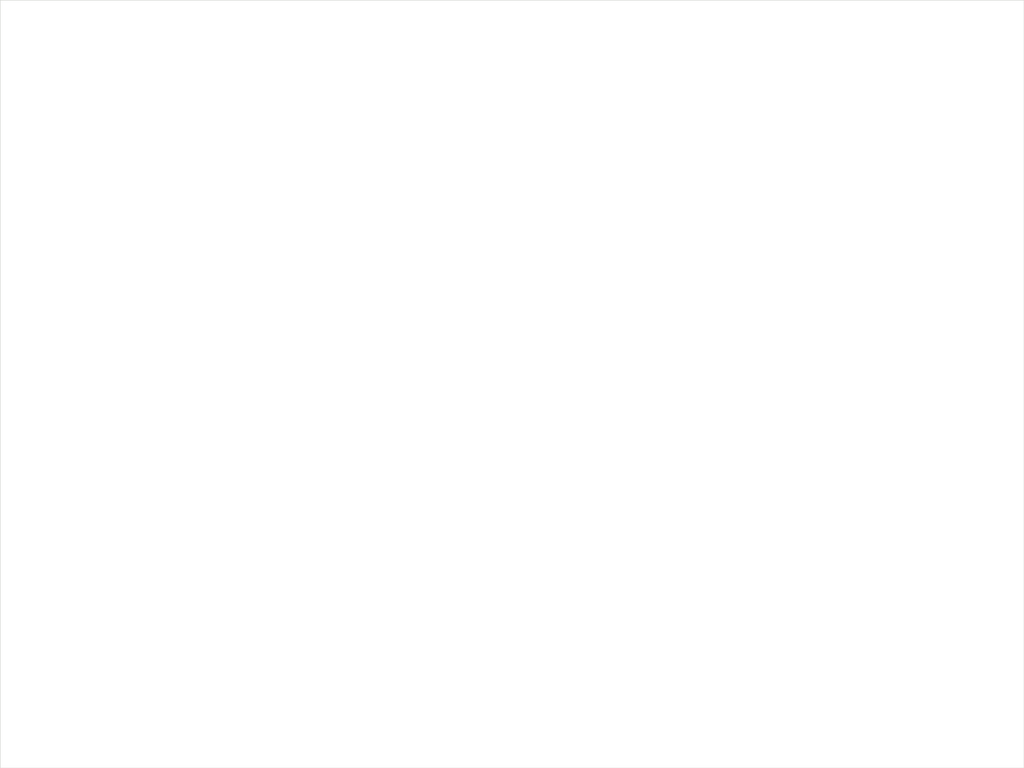
<source format=kicad_pcb>
(kicad_pcb
	(version 20241229)
	(generator "pcbnew")
	(generator_version "9.0")
	(general
		(thickness 1.6472)
		(legacy_teardrops no)
	)
	(paper "A3")
	(title_block
		(rev "${REVISION}")
		(company "${COMPANY}")
	)
	(layers
		(0 "F.Cu" signal)
		(4 "In1.Cu" signal)
		(6 "In2.Cu" power)
		(2 "B.Cu" power)
		(9 "F.Adhes" user "F.Adhesive")
		(11 "B.Adhes" user "B.Adhesive")
		(13 "F.Paste" user)
		(15 "B.Paste" user)
		(5 "F.SilkS" user "F.Silkscreen")
		(7 "B.SilkS" user "B.Silkscreen")
		(1 "F.Mask" user)
		(3 "B.Mask" user)
		(17 "Dwgs.User" user "Dwg.TitlePage")
		(19 "Cmts.User" user "User.Comments")
		(21 "Eco1.User" user "F.DNP")
		(23 "Eco2.User" user "B.DNP")
		(25 "Edge.Cuts" user)
		(27 "Margin" user)
		(31 "F.CrtYd" user "F.Courtyard")
		(29 "B.CrtYd" user "B.Courtyard")
		(35 "F.Fab" user)
		(33 "B.Fab" user)
		(39 "User.1" user "Dwg.DrillMap")
		(41 "User.2" front "F.TestPoint")
		(43 "User.3" back "B.TestPoint")
		(45 "User.4" front "F.AssemblyText")
		(47 "User.5" back "B.AssemblyText")
		(49 "User.6" front "F.Dimensions")
		(51 "User.7" back "B.Dimensions")
		(53 "User.8" front "F.TestPointList")
		(55 "User.9" back "B.TestPointList")
	)
	(setup
		(stackup
			(layer "F.SilkS"
				(type "Top Silk Screen")
				(color "White")
			)
			(layer "F.Paste"
				(type "Top Solder Paste")
			)
			(layer "F.Mask"
				(type "Top Solder Mask")
				(color "Green")
				(thickness 0.0305)
			)
			(layer "F.Cu"
				(type "copper")
				(thickness 0.035)
			)
			(layer "dielectric 1"
				(type "prepreg")
				(color "FR4 natural")
				(thickness 0.2104)
				(material "FR4")
				(epsilon_r 4.4)
				(loss_tangent 0.02)
			)
			(layer "In1.Cu"
				(type "copper")
				(thickness 0.0152)
			)
			(layer "dielectric 2"
				(type "core")
				(color "FR4 natural")
				(thickness 1.065)
				(material "FR4")
				(epsilon_r 4.6)
				(loss_tangent 0.02)
			)
			(layer "In2.Cu"
				(type "copper")
				(thickness 0.0152)
			)
			(layer "dielectric 3"
				(type "prepreg")
				(color "FR4 natural")
				(thickness 0.2104)
				(material "FR4")
				(epsilon_r 4.4)
				(loss_tangent 0.02)
			)
			(layer "B.Cu"
				(type "copper")
				(thickness 0.035)
			)
			(layer "B.Mask"
				(type "Bottom Solder Mask")
				(color "Green")
				(thickness 0.0305)
			)
			(layer "B.Paste"
				(type "Bottom Solder Paste")
			)
			(layer "B.SilkS"
				(type "Bottom Silk Screen")
				(color "White")
			)
			(copper_finish "ENIG")
			(dielectric_constraints no)
		)
		(pad_to_mask_clearance 0)
		(allow_soldermask_bridges_in_footprints no)
		(tenting front back)
		(aux_axis_origin 150 150)
		(pcbplotparams
			(layerselection 0x00000000_00000000_55555555_5755f5ff)
			(plot_on_all_layers_selection 0x00000000_00000000_00000000_00000000)
			(disableapertmacros no)
			(usegerberextensions no)
			(usegerberattributes yes)
			(usegerberadvancedattributes yes)
			(creategerberjobfile yes)
			(dashed_line_dash_ratio 12.000000)
			(dashed_line_gap_ratio 3.000000)
			(svgprecision 4)
			(plotframeref no)
			(mode 1)
			(useauxorigin no)
			(hpglpennumber 1)
			(hpglpenspeed 20)
			(hpglpendiameter 15.000000)
			(pdf_front_fp_property_popups yes)
			(pdf_back_fp_property_popups yes)
			(pdf_metadata yes)
			(pdf_single_document no)
			(dxfpolygonmode yes)
			(dxfimperialunits yes)
			(dxfusepcbnewfont yes)
			(psnegative no)
			(psa4output no)
			(plot_black_and_white yes)
			(sketchpadsonfab no)
			(plotpadnumbers no)
			(hidednponfab no)
			(sketchdnponfab yes)
			(crossoutdnponfab yes)
			(subtractmaskfromsilk no)
			(outputformat 1)
			(mirror no)
			(drillshape 1)
			(scaleselection 1)
			(outputdirectory "")
		)
	)
	(property "ASSEMBLY_NAME" "")
	(property "ASSEMBLY_NUMBER" "")
	(property "ASSEMBLY_SCALE" "")
	(property "COMPANY" "Asymworks, LLC")
	(property "DESIGNER" "JPK")
	(property "DWG_NUMBER_PCB" "")
	(property "DWG_NUMBER_SCH" "")
	(property "DWG_TITLE_ASSY" "")
	(property "DWG_TITLE_PCB" "")
	(property "DWG_TITLE_SCH" "")
	(property "GIT_HASH" "")
	(property "GIT_HASH_PCB" "")
	(property "GIT_HASH_SCH" "")
	(property "GIT_URL" "")
	(property "PROJECT_CODE" "")
	(property "RELEASE_DATE" "")
	(property "RELEASE_STATE" "")
	(property "REVISION" "${REVISION}")
	(property "SCALE" "1:1")
	(property "SHEET_NAME_01" "Cover Page")
	(property "SHEET_NAME_02" "Block Diagram")
	(property "SHEET_NAME_03" "Project Architecture")
	(property "SHEET_NAME_04" "Circuit 1")
	(property "SHEET_NAME_05" "Circuit 2")
	(property "SHEET_NAME_06" "Circuit 3")
	(property "SHEET_NAME_07" "Parts List")
	(property "SHEET_NAME_08" "......................................")
	(property "SHEET_NAME_09" "......................................")
	(property "SHEET_NAME_10" "......................................")
	(property "SHEET_NAME_11" "......................................")
	(property "SHEET_NAME_12" "......................................")
	(property "SHEET_NAME_13" "......................................")
	(property "SHEET_NAME_14" "......................................")
	(property "SHEET_NAME_15" "......................................")
	(property "SHEET_NAME_16" "......................................")
	(property "SHEET_NAME_17" "......................................")
	(property "SHEET_NAME_18" "......................................")
	(property "SHEET_NAME_19" "......................................")
	(property "SHEET_NAME_20" "......................................")
	(property "STATE" "TEMPLATE")
	(property "VARIANT" "")
	(net 0 "")
	(gr_line
		(start 250 150)
		(end 250 75)
		(stroke
			(width 0.05)
			(type default)
		)
		(layer "Edge.Cuts")
		(uuid "0294ea8c-8887-44b0-bbca-992adbb27cd9")
	)
	(gr_line
		(start 150 75)
		(end 150 150)
		(stroke
			(width 0.05)
			(type default)
		)
		(layer "Edge.Cuts")
		(uuid "560d27dc-e18f-4932-9ce4-f071ae25777c")
	)
	(gr_line
		(start 250 75)
		(end 150 75)
		(stroke
			(width 0.05)
			(type default)
		)
		(layer "Edge.Cuts")
		(uuid "c6bd50ae-584c-482f-a07b-d9237550da69")
	)
	(gr_line
		(start 150 150)
		(end 250 150)
		(stroke
			(width 0.05)
			(type default)
		)
		(layer "Edge.Cuts")
		(uuid "f13e9090-b2be-4af5-a86e-eb7e3a6fd12a")
	)
	(embedded_fonts no)
	(embedded_files
		(file
			(name "Asymworks_PCB.kicad_wks")
			(type worksheet)
			(data |KLUv/WDBHFUnAGbwkyfwsOgB6LnIlRAzTQ1F8F3wTa30WEa1qkaAlC+EsaBTlGaBZ6DcQkOIAIQA
				iwA192tyX2zFxVc/ne1vNtfSwex9n7k4mXPb+2LfnWsem0a0SdoZXzl7nv7NZbPl8ebmfCucmzWZ
				it1rWzP42lgZ89iAfM21Jl/qxduKDcj2+jNqljE+PxwOAE5F/sw1+lgPvrle3sI4T+ObL/z2Mw8H
				wED03oPuvO2tGX6LhwMgo7iwLpelUjwCkWuxn7uM8RSCFzFhoFRUQksYqIp6mCbxTQiKZKNU0ig2
				+ST0HL52d665yNvpfFsjBG+T+Sw62KjL5m8+1+iTTWKMO/izfUt3MDVnFRPS+0kdl+0qlYp78OGw
				F/NaemeX87ynM8bnSpYOSm8nOxjYYmu+nvMYv8XXkrF27R4Ky8Uq/VgOCZWUYFEoBE12JXSuCM5n
				9NiohFiTQ1VRbkKcIlEqa6qkKTJNKPQ285Wr/ux67Cf+oikiGVQ00scuCzRji+JkerAgkgGl4LTj
				m9GcEU74GtwIaMztjQANAYcR1GBPmP81FW0RNEkYJB70BmOkNFATg2qCQHP66+iOL3Yt0lF4cTG+
				JI1dFUtPv+XCBAADVD53n8416LXHRv1Zhr585hARKViYqkqizvmTIFDVFMHX4vNnMzX7KM7mYLQ3
				X+tOtijGqL0pQqEoEGrRc6XQyBvkDp3KB83JVLDgILEQICAOXXMZtbgxmRqkhjntrVm1+AmEv7Kp
				kHTG1osLQ6CE2syo1eaS9GP1IIKg5p5ckCRThDooMGiwAoEYoIGxQqhIRgoKkmSYA/EIMYxQ6Zj1
				v1gEaHuvaEyeorbjZ85qog2trqonQPqp1yrD7/RLDteSFziixhC8GiOx20SncHPMIRMRtpdO1+/6
				Vrt0eV442VMqiZOqWWNX00VH7ZVgtsiMeSFk7GZtICyxROgkKMsQsaJ9QXBqCpRd3iugrGfhGdYd
				ig6Oe8mBJEZi43SsGZZgcPy+Ngdn4wIhEGAK2r9wqht5aZ5oVlTCdyKu2n19wjqgpaIJF4OsP01m
				DOG/0e9Jx0gv9Zcmhg+zDS+zgYjt6WEXHX7LDuRDZLp63kZrd0hMhCcXcj55BP9OomKMww6apy18
				8DMlj1PGihL5YudJGp9kYC7wnKoQJ9CpAHbUdUv2JNk5HeIyR4c5HZ51SA3Ik6ctN9QDm84o95Ea
				Io+/hHAKfeA6lRD4qPe4JAhEDFoG7IbmNbX2xvhQiUUM0wDON7LGcqK8og83qYcXDVTiBPm12sEJ
				AlIrw/ko6Lcps3hUEGuebx3B7OizG8CsjoEJpGFJHAMNjCmEUhiqdDN45xIor4tct0MJHKAk3yrU
				rQMOkeFdarthJhJHqxKP1zx52SYWQscaCjbAirVCjQfEiDTAHkB30vZQgBjZB27ciRPSqyLfn4i1
				A8RcQ0GTc1IA09iWd1FkbfSaUwo3rMnXchiPuJZDYbr+RkffmxbDzHUigRsWviSf+o3BI0ENAvQM
				E1xBTCxIHE+foPRBoCQc4JSpGb9iHposjSD+iZypHMW/Tjv7IsmVr/a11b+8cFkNsnyiQs0h6dYm
				VkQ4EBfhFUJTkRcDjbufeUQpN3xhe18UHqNmviS0yHgF/B3oGke5rkN028R6+MNUdH2Mo/mqcXJX
				k9GI7o3v8VU3MRsfRhU=|
			)
			(checksum "A8134DE24D8E065EE0B898FF87C38D3D")
		)
	)
)

</source>
